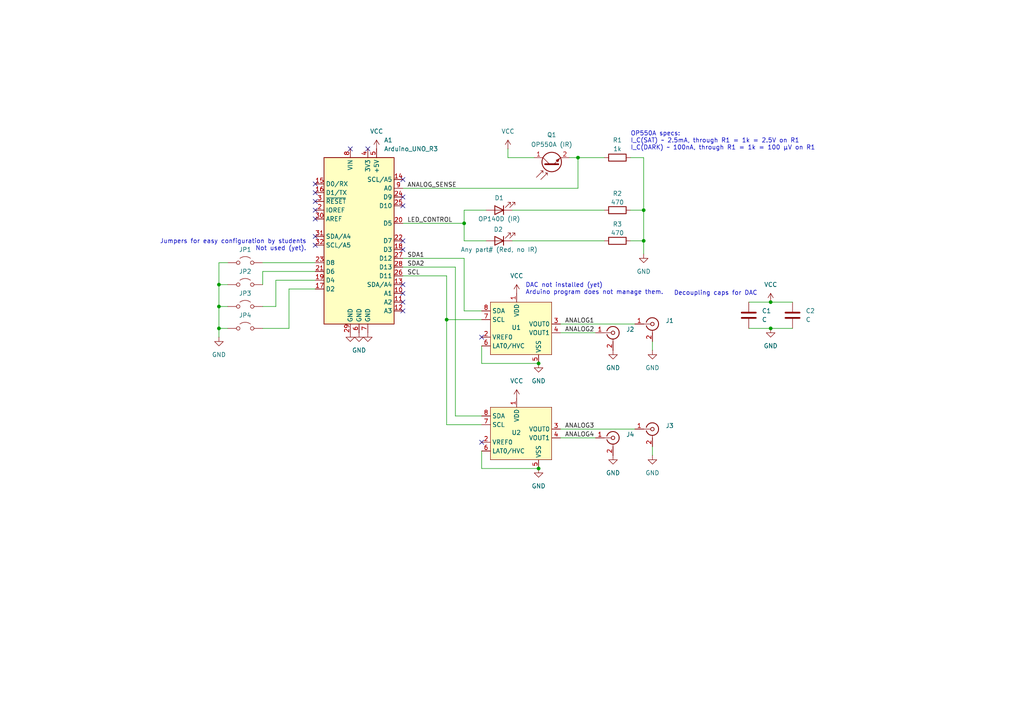
<source format=kicad_sch>
(kicad_sch (version 20250114) (generator "eeschema") (generator_version "9.0")
  (paper "A4")
  (lib_symbols
    (symbol "Connector:Conn_Coaxial" (pin_names (offset 1.016) (hide yes))
      (property "Reference" "J" (at 0.254 3.048 0))
      (property "Value" "Conn_Coaxial" (at 2.921 0 90))
      (symbol "Conn_Coaxial_0_1"
        (polyline (pts (xy -2.54 0) (xy -0.508 0)))
        (arc (start 1.778 0) (mid 0.222 -1.8079) (end -1.778 -0.508) (stroke (width 0.254)))
        (arc (start -1.778 0.508) (mid 0.2221 1.8084) (end 1.778 0) (stroke (width 0.254)))
        (circle (center 0 0) (radius 0.508) (stroke (width 0.2032)))
        (polyline (pts (xy 0 -2.54) (xy 0 -1.778)))
      )
      (symbol "Conn_Coaxial_1_1"
        (pin passive line (at -5.08 0 0) (length 2.54) (name "In") (number "1"))
        (pin passive line (at 0 -5.08 90) (length 2.54) (name "Ext") (number "2"))
      )
    )
    (symbol "Device:C" (pin_numbers (hide yes)) (pin_names (offset 0.254))
      (property "Reference" "C" (at 0.635 2.54 0))
      (property "Value" "C" (at 0.635 -2.54 0))
      (symbol "C_0_1"
        (polyline (pts (xy -2.032 0.762) (xy 2.032 0.762)) (stroke (width 0.508)))
        (polyline (pts (xy -2.032 -0.762) (xy 2.032 -0.762)) (stroke (width 0.508)))
      )
      (symbol "C_1_1"
        (pin passive line (at 0 3.81 270) (length 2.794) (name "~") (number "1"))
        (pin passive line (at 0 -3.81 90) (length 2.794) (name "~") (number "2"))
      )
    )
    (symbol "Device:LED" (pin_numbers (hide yes)) (pin_names (offset 1.016) (hide yes))
      (property "Reference" "D" (at 0 2.54 0))
      (property "Value" "LED" (at 0 -2.54 0))
      (symbol "LED_0_1"
        (polyline (pts (xy -3.048 -0.762) (xy -4.572 -2.286) (xy -3.81 -2.286) (xy -4.572 -2.286) (xy -4.572 -1.524)))
        (polyline (pts (xy -1.778 -0.762) (xy -3.302 -2.286) (xy -2.54 -2.286) (xy -3.302 -2.286) (xy -3.302 -1.524)))
        (polyline (pts (xy -1.27 0) (xy 1.27 0)))
        (polyline (pts (xy -1.27 -1.27) (xy -1.27 1.27)) (stroke (width 0.254)))
        (polyline (pts (xy 1.27 -1.27) (xy 1.27 1.27) (xy -1.27 0) (xy 1.27 -1.27)) (stroke (width 0.254)))
      )
      (symbol "LED_1_1"
        (pin passive line (at -3.81 0 0) (length 2.54) (name "K") (number "1"))
        (pin passive line (at 3.81 0 180) (length 2.54) (name "A") (number "2"))
      )
    )
    (symbol "Device:Q_Photo_NPN" (pin_names (offset 0) (hide yes))
      (property "Reference" "Q" (at 5.08 1.27 0))
      (property "Value" "Q_Photo_NPN" (at 5.08 -1.27 0))
      (symbol "Q_Photo_NPN_0_1"
        (polyline (pts (xy -3.81 3.175) (xy -1.905 1.27) (xy -1.905 1.905)))
        (polyline (pts (xy -3.175 4.445) (xy -1.27 2.54) (xy -1.27 3.175)))
        (polyline (pts (xy -1.905 1.27) (xy -2.54 1.27)))
        (polyline (pts (xy -1.27 2.54) (xy -1.905 2.54)))
        (polyline (pts (xy 0.635 1.905) (xy 0.635 -1.905) (xy 0.635 -1.905)) (stroke (width 0.508)))
        (polyline (pts (xy 0.635 0.635) (xy 2.54 2.54)))
        (polyline (pts (xy 0.635 -0.635) (xy 2.54 -2.54) (xy 2.54 -2.54)))
        (circle (center 1.27 0) (radius 2.8194) (stroke (width 0.254)))
        (polyline (pts (xy 1.27 -1.778) (xy 1.778 -1.27) (xy 2.286 -2.286) (xy 1.27 -1.778) (xy 1.27 -1.778)) (fill (type outline)))
      )
      (symbol "Q_Photo_NPN_1_1"
        (pin passive line (at 2.54 5.08 270) (length 2.54) (name "C") (number "1"))
        (pin passive line (at 2.54 -5.08 90) (length 2.54) (name "E") (number "2"))
      )
    )
    (symbol "Device:R" (pin_numbers (hide yes)) (pin_names (offset 0))
      (property "Reference" "R" (at 2.032 0 90))
      (property "Value" "R" (at 0 0 90))
      (symbol "R_0_1"
        (rectangle (start -1.016 -2.54) (end 1.016 2.54) (stroke (width 0.254)))
      )
      (symbol "R_1_1"
        (pin passive line (at 0 3.81 270) (length 1.27) (name "~") (number "1"))
        (pin passive line (at 0 -3.81 90) (length 1.27) (name "~") (number "2"))
      )
    )
    (symbol "Jumper:Jumper_2_Open" (pin_numbers (hide yes)) (pin_names (offset 0) (hide yes))
      (property "Reference" "JP" (at 0 2.794 0))
      (property "Value" "Jumper_2_Open" (at 0 -2.286 0))
      (symbol "Jumper_2_Open_0_0"
        (circle (center -2.032 0) (radius 0.508))
        (circle (center 2.032 0) (radius 0.508))
      )
      (symbol "Jumper_2_Open_0_1"
        (arc (start -1.524 1.27) (mid 0 1.778) (end 1.524 1.27))
      )
      (symbol "Jumper_2_Open_1_1"
        (pin passive line (at -5.08 0 0) (length 2.54) (name "A") (number "1"))
        (pin passive line (at 5.08 0 180) (length 2.54) (name "B") (number "2"))
      )
    )
    (symbol "MCU_Module:Arduino_UNO_R3"
      (property "Reference" "A1" (at 7.2233 27.94 0))
      (property "Value" "Arduino_UNO_R3" (at 7.2233 25.4 0))
      (symbol "Arduino_UNO_R3_0_1"
        (rectangle (start -10.16 22.86) (end 10.16 -25.4) (stroke (width 0.254)) (fill (type background)))
      )
      (symbol "Arduino_UNO_R3_1_1"
        (pin bidirectional line (at -12.7 15.24 0) (length 2.54) (name "D0/RX") (number "15"))
        (pin bidirectional line (at -12.7 12.7 0) (length 2.54) (name "D1/TX") (number "16"))
        (pin input line (at -12.7 10.16 0) (length 2.54) (name "~{RESET}") (number "3"))
        (pin output line (at -12.7 7.62 0) (length 2.54) (name "IOREF") (number "2"))
        (pin input line (at -12.7 5.08 0) (length 2.54) (name "AREF") (number "30"))
        (pin bidirectional line (at -12.7 0 0) (length 2.54) (name "SDA/A4") (number "31"))
        (pin bidirectional line (at -12.7 -2.54 0) (length 2.54) (name "SCL/A5") (number "32"))
        (pin bidirectional line (at -12.7 -7.62 0) (length 2.54) (name "D8") (number "23"))
        (pin bidirectional line (at -12.7 -10.16 0) (length 2.54) (name "D6") (number "21"))
        (pin bidirectional line (at -12.7 -12.7 0) (length 2.54) (name "D4") (number "19"))
        (pin bidirectional line (at -12.7 -15.24 0) (length 2.54) (name "D2") (number "17"))
        (pin no_connect line (at -10.16 -20.32 0) (length 2.54) (hide yes) (name "NC") (number "1"))
        (pin power_in line (at -2.54 25.4 270) (length 2.54) (name "VIN") (number "8"))
        (pin power_in line (at -2.54 -27.94 90) (length 2.54) (name "GND") (number "29"))
        (pin power_in line (at 0 -27.94 90) (length 2.54) (name "GND") (number "6"))
        (pin power_out line (at 2.54 25.4 270) (length 2.54) (name "3V3") (number "4"))
        (pin power_in line (at 2.54 -27.94 90) (length 2.54) (name "GND") (number "7"))
        (pin power_out line (at 5.08 25.4 270) (length 2.54) (name "+5V") (number "5"))
        (pin bidirectional line (at 12.7 16.51 180) (length 2.54) (name "SCL/A5") (number "14"))
        (pin bidirectional line (at 12.7 13.97 180) (length 2.54) (name "A0") (number "9"))
        (pin bidirectional line (at 12.7 11.43 180) (length 2.54) (name "D9") (number "24"))
        (pin bidirectional line (at 12.7 8.89 180) (length 2.54) (name "D10") (number "25"))
        (pin bidirectional line (at 12.7 3.81 180) (length 2.54) (name "D5") (number "20"))
        (pin bidirectional line (at 12.7 -1.27 180) (length 2.54) (name "D7") (number "22"))
        (pin bidirectional line (at 12.7 -3.81 180) (length 2.54) (name "D3") (number "18"))
        (pin bidirectional line (at 12.7 -6.35 180) (length 2.54) (name "D12") (number "27"))
        (pin bidirectional line (at 12.7 -8.89 180) (length 2.54) (name "D13") (number "28"))
        (pin bidirectional line (at 12.7 -11.43 180) (length 2.54) (name "D11") (number "26"))
        (pin bidirectional line (at 12.7 -13.97 180) (length 2.54) (name "SDA/A4") (number "13"))
        (pin bidirectional line (at 12.7 -16.51 180) (length 2.54) (name "A1") (number "10"))
        (pin bidirectional line (at 12.7 -19.05 180) (length 2.54) (name "A2") (number "11"))
        (pin bidirectional line (at 12.7 -21.59 180) (length 2.54) (name "A3") (number "12"))
      )
    )
    (symbol "New_Library:MCP47FEB02A1-E/ST"
      (property "Reference" "U" (at 0 0.254 0))
      (symbol "MCP47FEB02A1-E/ST_1_1"
        (rectangle (start -8.89 7.62) (end 8.89 -7.62) (fill (type background)))
        (pin input line (at -11.43 5.08 0) (length 2.54) (name "SDA") (number "8"))
        (pin input line (at -11.43 2.54 0) (length 2.54) (name "SCL") (number "7"))
        (pin input line (at -11.43 -2.54 0) (length 2.54) (name "VREF0") (number "2"))
        (pin input line (at -11.43 -5.08 0) (length 2.54) (name "LAT0/HVC") (number "6"))
        (pin power_in line (at -1.27 10.16 270) (length 2.54) (name "VDD") (number "1"))
        (pin power_in line (at 5.08 -10.16 90) (length 2.54) (name "VSS") (number "5"))
        (pin input line (at 11.43 1.27 180) (length 2.54) (name "VOUT0") (number "3"))
        (pin input line (at 11.43 -1.27 180) (length 2.54) (name "VOUT1") (number "4"))
      )
    )
    (symbol "power:GND" (power) (pin_numbers (hide yes)) (pin_names (offset 0) (hide yes))
      (property "Value" "GND" (at 0 -3.81 0))
      (symbol "GND_0_1"
        (polyline (pts (xy 0 0) (xy 0 -1.27) (xy 1.27 -1.27) (xy 0 -2.54) (xy -1.27 -1.27) (xy 0 -1.27)))
      )
      (symbol "GND_1_1"
        (pin power_in line (at 0 0 270) (length 0) (name "~") (number "1"))
      )
    )
    (symbol "power:VCC" (power) (pin_numbers (hide yes)) (pin_names (offset 0) (hide yes))
      (property "Value" "VCC" (at 0 3.556 0))
      (symbol "VCC_0_1"
        (polyline (pts (xy -0.762 1.27) (xy 0 2.54)))
        (polyline (pts (xy 0 2.54) (xy 0.762 1.27)))
        (polyline (pts (xy 0 0) (xy 0 2.54)))
      )
      (symbol "VCC_1_1"
        (pin power_in line (at 0 0 90) (length 0) (name "~") (number "1"))
      )
    )
  )
  (text "Decoupling caps for DAC" (at 219.71 85.09 0) (effects (font (size 1.27 1.27)) (justify right)))
  (text "Jumpers for easy configuration by students\nNot used (yet)." (at 88.9 71.12 0) (effects (font (size 1.27 1.27)) (justify right)))
  (text "DAC not installed (yet)\nArduino program does not manage them." (at 152.4 83.82 0) (effects (font (size 1.27 1.27)) (justify left)))
  (text "OP550A specs:\nI_C(SAT) ~ 2.5mA, through R1 = 1k = 2.5V on R1\nI_C(DARK) ~ 100nA, through R1 = 1k = 100 µV on R1" (at 182.88 38.1 0) (effects (font (size 1.27 1.27)) (justify left top)))
  (junction (at 186.69 60.96))
  (junction (at 156.21 105.41))
  (junction (at 156.21 135.89))
  (junction (at 223.52 95.25))
  (junction (at 63.5 95.25))
  (junction (at 167.64 45.72))
  (junction (at 129.54 92.71))
  (junction (at 223.52 87.63))
  (junction (at 134.62 64.77))
  (junction (at 63.5 82.55))
  (junction (at 63.5 88.9))
  (junction (at 186.69 69.85))
  (no_connect (at 116.84 85.09))
  (no_connect (at 116.84 87.63))
  (no_connect (at 116.84 82.55))
  (no_connect (at 101.6 43.18))
  (no_connect (at 116.84 72.39))
  (no_connect (at 91.44 58.42))
  (no_connect (at 91.44 68.58))
  (no_connect (at 91.44 53.34))
  (no_connect (at 116.84 57.15))
  (no_connect (at 91.44 60.96))
  (no_connect (at 116.84 90.17))
  (no_connect (at 91.44 71.12))
  (no_connect (at 116.84 59.69))
  (no_connect (at 116.84 52.07))
  (no_connect (at 139.7 97.79))
  (no_connect (at 139.7 128.27))
  (no_connect (at 116.84 69.85))
  (no_connect (at 106.68 43.18))
  (no_connect (at 91.44 55.88))
  (no_connect (at 91.44 63.5))
  (wire (pts (xy 182.88 45.72) (xy 186.69 45.72)))
  (wire (pts (xy 186.69 45.72) (xy 186.69 60.96)))
  (wire (pts (xy 91.44 78.74) (xy 76.2 78.74)))
  (wire (pts (xy 156.21 135.89) (xy 139.7 135.89)))
  (wire (pts (xy 63.5 82.55) (xy 63.5 88.9)))
  (wire (pts (xy 162.56 96.52) (xy 172.72 96.52)))
  (wire (pts (xy 223.52 95.25) (xy 229.87 95.25)))
  (wire (pts (xy 162.56 93.98) (xy 184.15 93.98)))
  (wire (pts (xy 116.84 77.47) (xy 132.08 77.47)))
  (wire (pts (xy 63.5 88.9) (xy 63.5 95.25)))
  (wire (pts (xy 132.08 77.47) (xy 132.08 120.65)))
  (wire (pts (xy 63.5 76.2) (xy 63.5 82.55)))
  (wire (pts (xy 116.84 54.61) (xy 167.64 54.61)))
  (wire (pts (xy 189.23 99.06) (xy 189.23 101.6)))
  (wire (pts (xy 156.21 105.41) (xy 139.7 105.41)))
  (wire (pts (xy 134.62 90.17) (xy 139.7 90.17)))
  (wire (pts (xy 91.44 81.28) (xy 80.01 81.28)))
  (wire (pts (xy 186.69 60.96) (xy 186.69 69.85)))
  (wire (pts (xy 63.5 82.55) (xy 66.04 82.55)))
  (wire (pts (xy 83.82 83.82) (xy 83.82 95.25)))
  (wire (pts (xy 134.62 74.93) (xy 134.62 90.17)))
  (wire (pts (xy 83.82 95.25) (xy 76.2 95.25)))
  (wire (pts (xy 63.5 76.2) (xy 66.04 76.2)))
  (wire (pts (xy 148.59 69.85) (xy 175.26 69.85)))
  (wire (pts (xy 134.62 69.85) (xy 140.97 69.85)))
  (wire (pts (xy 167.64 45.72) (xy 167.64 54.61)))
  (wire (pts (xy 129.54 80.01) (xy 129.54 92.71)))
  (wire (pts (xy 165.1 45.72) (xy 167.64 45.72)))
  (wire (pts (xy 182.88 69.85) (xy 186.69 69.85)))
  (wire (pts (xy 139.7 100.33) (xy 139.7 105.41)))
  (wire (pts (xy 154.94 45.72) (xy 147.32 45.72)))
  (wire (pts (xy 223.52 87.63) (xy 229.87 87.63)))
  (wire (pts (xy 63.5 95.25) (xy 66.04 95.25)))
  (wire (pts (xy 167.64 45.72) (xy 175.26 45.72)))
  (wire (pts (xy 186.69 69.85) (xy 186.69 73.66)))
  (wire (pts (xy 116.84 64.77) (xy 134.62 64.77)))
  (wire (pts (xy 80.01 88.9) (xy 76.2 88.9)))
  (wire (pts (xy 116.84 74.93) (xy 134.62 74.93)))
  (wire (pts (xy 162.56 127) (xy 172.72 127)))
  (wire (pts (xy 76.2 76.2) (xy 91.44 76.2)))
  (wire (pts (xy 139.7 135.89) (xy 139.7 130.81)))
  (wire (pts (xy 189.23 129.54) (xy 189.23 132.08)))
  (wire (pts (xy 162.56 124.46) (xy 184.15 124.46)))
  (wire (pts (xy 129.54 92.71) (xy 129.54 123.19)))
  (wire (pts (xy 129.54 123.19) (xy 139.7 123.19)))
  (wire (pts (xy 134.62 64.77) (xy 134.62 69.85)))
  (wire (pts (xy 129.54 92.71) (xy 139.7 92.71)))
  (wire (pts (xy 147.32 43.18) (xy 147.32 45.72)))
  (wire (pts (xy 132.08 120.65) (xy 139.7 120.65)))
  (wire (pts (xy 91.44 83.82) (xy 83.82 83.82)))
  (wire (pts (xy 217.17 95.25) (xy 223.52 95.25)))
  (wire (pts (xy 116.84 80.01) (xy 129.54 80.01)))
  (wire (pts (xy 134.62 60.96) (xy 140.97 60.96)))
  (wire (pts (xy 63.5 88.9) (xy 66.04 88.9)))
  (wire (pts (xy 134.62 60.96) (xy 134.62 64.77)))
  (wire (pts (xy 148.59 60.96) (xy 175.26 60.96)))
  (wire (pts (xy 63.5 97.79) (xy 63.5 95.25)))
  (wire (pts (xy 80.01 81.28) (xy 80.01 88.9)))
  (wire (pts (xy 76.2 78.74) (xy 76.2 82.55)))
  (wire (pts (xy 217.17 87.63) (xy 223.52 87.63)))
  (wire (pts (xy 182.88 60.96) (xy 186.69 60.96)))
  (label "SDA2" (at 118.11 77.47 0))
  (label "ANALOG2" (at 163.83 96.52 0))
  (label "SDA1" (at 118.11 74.93 0))
  (label "ANALOG_SENSE" (at 118.11 54.61 0))
  (label "SCL" (at 118.11 80.01 0))
  (label "ANALOG1" (at 163.83 93.98 0))
  (label "ANALOG4" (at 163.83 127 0))
  (label "LED_CONTROL" (at 118.11 64.77 0))
  (label "ANALOG3" (at 163.83 124.46 0))
  (symbol (lib_id "power:GND") (at 186.69 73.66 0) (unit 1)
    (property "Reference" "#PWR04" (effects (hide yes)))
    (property "Value" "GND" (at 186.69 78.74 0))
    (property "Description" "Power symbol creates a global label with name \"GND\" , ground" (effects (hide yes)))
  )
  (symbol (lib_id "Connector:Conn_Coaxial") (at 177.8 96.52 0) (unit 1)
    (property "Reference" "J2" (at 181.61 95.5431 0) (effects (justify left)))
    (property "Value" "Conn_Coaxial" (effects (hide yes)))
    (property "Footprint" "mouser-import:731713150" (effects (hide yes)))
    (property "Description" "coaxial connector (BNC, SMA, SMB, SMC, Cinch/RCA, LEMO, ...)" (effects (hide yes)))
  )
  (symbol (lib_id "Device:C") (at 229.87 91.44 0) (unit 1)
    (property "Reference" "C2" (at 233.68 90.1699 0) (effects (justify left)))
    (property "Value" "C" (at 233.68 92.7099 0) (effects (justify left)))
    (property "Footprint" "Capacitor_SMD:C_0805_2012Metric_Pad1.18x1.45mm_HandSolder" (effects (hide yes)))
    (property "Description" "Unpolarized capacitor" (effects (hide yes)))
  )
  (symbol (lib_id "power:GND") (at 189.23 132.08 0) (unit 1)
    (property "Reference" "#PWR012" (effects (hide yes)))
    (property "Value" "GND" (at 189.23 137.16 0))
    (property "Description" "Power symbol creates a global label with name \"GND\" , ground" (effects (hide yes)))
  )
  (symbol (lib_id "Jumper:Jumper_2_Open") (at 71.12 88.9 0) (unit 1)
    (property "Reference" "JP3" (at 71.12 85.09 0))
    (property "Value" "Jumper_2_Open" (effects (hide yes)))
    (property "Footprint" "Connector_PinHeader_2.54mm:PinHeader_1x02_P2.54mm_Vertical" (effects (hide yes)))
    (property "Description" "Jumper, 2-pole, open" (effects (hide yes)))
  )
  (symbol (lib_id "Device:R") (at 179.07 60.96 90) (unit 1)
    (property "Reference" "R2" (at 179.07 56.134 90))
    (property "Value" "470" (at 179.07 58.674 90))
    (property "Footprint" "Resistor_SMD:R_0805_2012Metric_Pad1.20x1.40mm_HandSolder" (effects (hide yes)))
    (property "Description" "Resistor" (effects (hide yes)))
  )
  (symbol (lib_id "New_Library:MCP47FEB02A1-E/ST") (at 151.13 125.73 0) (unit 1)
    (property "Reference" "U2" (at 151.13 125.476 0) (effects (justify right)))
    (property "Footprint" "Package_SO:TSSOP-8_4.4x3mm_P0.65mm" (effects (hide yes)))
    (property "Datasheet" "https://www.mouser.fr/ProductDetail/579-MCP47FEB02A1EST" (effects (hide yes)))
  )
  (symbol (lib_id "power:VCC") (at 149.86 85.09 0) (unit 1)
    (property "Reference" "#PWR05" (effects (hide yes)))
    (property "Value" "VCC" (at 149.86 80.01 0))
    (property "Description" "Power symbol creates a global label with name \"VCC\"" (effects (hide yes)))
  )
  (symbol (lib_id "power:VCC") (at 223.52 87.63 0) (unit 1)
    (property "Reference" "#PWR02" (effects (hide yes)))
    (property "Value" "VCC" (at 223.52 82.55 0))
    (property "Description" "Power symbol creates a global label with name \"VCC\"" (effects (hide yes)))
  )
  (symbol (lib_id "Device:R") (at 179.07 45.72 90) (unit 1)
    (property "Reference" "R1" (at 179.07 40.64 90))
    (property "Value" "1k" (at 179.07 43.18 90))
    (property "Footprint" "Resistor_SMD:R_0805_2012Metric_Pad1.20x1.40mm_HandSolder" (effects (hide yes)))
    (property "Description" "Resistor" (effects (hide yes)))
  )
  (symbol (lib_id "Connector:Conn_Coaxial") (at 177.8 127 0) (unit 1)
    (property "Reference" "J4" (at 181.61 126.0231 0) (effects (justify left)))
    (property "Value" "Conn_Coaxial" (effects (hide yes)))
    (property "Footprint" "mouser-import:731713150" (effects (hide yes)))
    (property "Description" "coaxial connector (BNC, SMA, SMB, SMC, Cinch/RCA, LEMO, ...)" (effects (hide yes)))
  )
  (symbol (lib_id "power:GND") (at 177.8 132.08 0) (unit 1)
    (property "Reference" "#PWR011" (effects (hide yes)))
    (property "Value" "GND" (at 177.8 137.16 0))
    (property "Description" "Power symbol creates a global label with name \"GND\" , ground" (effects (hide yes)))
  )
  (symbol (lib_id "Jumper:Jumper_2_Open") (at 71.12 76.2 0) (unit 1)
    (property "Reference" "JP1" (at 71.12 72.39 0))
    (property "Value" "Jumper_2_Open" (effects (hide yes)))
    (property "Footprint" "Connector_PinHeader_2.54mm:PinHeader_1x02_P2.54mm_Vertical" (effects (hide yes)))
    (property "Description" "Jumper, 2-pole, open" (effects (hide yes)))
  )
  (symbol (lib_id "power:GND") (at 177.8 101.6 0) (unit 1)
    (property "Reference" "#PWR07" (effects (hide yes)))
    (property "Value" "GND" (at 177.8 106.68 0))
    (property "Description" "Power symbol creates a global label with name \"GND\" , ground" (effects (hide yes)))
  )
  (symbol (lib_id "power:VCC") (at 147.32 43.18 0) (unit 1)
    (property "Reference" "#PWR01" (effects (hide yes)))
    (property "Value" "VCC" (at 147.32 38.1 0))
    (property "Description" "Power symbol creates a global label with name \"VCC\"" (effects (hide yes)))
  )
  (symbol (lib_id "power:GND") (at 63.5 97.79 0) (unit 1)
    (property "Reference" "#PWR06" (effects (hide yes)))
    (property "Value" "GND" (at 63.5 102.87 0))
    (property "Description" "Power symbol creates a global label with name \"GND\" , ground" (effects (hide yes)))
  )
  (symbol (lib_id "power:GND") (at 156.21 105.41 0) (mirror y) (unit 1)
    (property "Reference" "#PWR09" (effects (hide yes)))
    (property "Value" "GND" (at 156.21 110.49 0))
    (property "Description" "Power symbol creates a global label with name \"GND\" , ground" (effects (hide yes)))
  )
  (symbol (lib_id "Device:LED") (at 144.78 60.96 180) (unit 1)
    (property "Reference" "D1" (at 144.78 57.404 0))
    (property "Value" "OP140D (IR)" (at 144.78 63.5 0))
    (property "Footprint" "LED_THT:LED_SideEmitter_Rectangular_W4.5mm_H1.6mm" (effects (hide yes)))
    (property "Description" "Light emitting diode" (effects (hide yes)))
    (property "Sim.Pins" "1=K 2=A" (effects (hide yes)))
  )
  (symbol (lib_id "New_Library:MCP47FEB02A1-E/ST") (at 151.13 95.25 0) (unit 1)
    (property "Reference" "U1" (at 151.13 94.996 0) (effects (justify right)))
    (property "Footprint" "Package_SO:TSSOP-8_4.4x3mm_P0.65mm" (effects (hide yes)))
    (property "Datasheet" "https://www.mouser.fr/ProductDetail/579-MCP47FEB02A1EST" (effects (hide yes)))
  )
  (symbol (lib_id "Jumper:Jumper_2_Open") (at 71.12 82.55 0) (unit 1)
    (property "Reference" "JP2" (at 71.12 78.74 0))
    (property "Value" "Jumper_2_Open" (effects (hide yes)))
    (property "Footprint" "Connector_PinHeader_2.54mm:PinHeader_1x02_P2.54mm_Vertical" (effects (hide yes)))
    (property "Description" "Jumper, 2-pole, open" (effects (hide yes)))
  )
  (symbol (lib_id "Device:Q_Photo_NPN") (at 160.02 48.26 90) (unit 1)
    (property "Reference" "Q1" (at 160.02 39.116 90))
    (property "Value" "OP550A (IR)" (at 160.02 41.91 90))
    (property "Footprint" "OptoDevice:Osram_LPT80A" (effects (hide yes)))
    (property "Description" "NPN phototransistor, collector/emitter" (effects (hide yes)))
  )
  (symbol (lib_id "power:GND") (at 189.23 101.6 0) (unit 1)
    (property "Reference" "#PWR08" (effects (hide yes)))
    (property "Value" "GND" (at 189.23 106.68 0))
    (property "Description" "Power symbol creates a global label with name \"GND\" , ground" (effects (hide yes)))
  )
  (symbol (lib_id "Connector:Conn_Coaxial") (at 189.23 124.46 0) (unit 1)
    (property "Reference" "J3" (at 193.04 123.4831 0) (effects (justify left)))
    (property "Value" "Conn_Coaxial" (effects (hide yes)))
    (property "Footprint" "mouser-import:731713150" (effects (hide yes)))
    (property "Description" "coaxial connector (BNC, SMA, SMB, SMC, Cinch/RCA, LEMO, ...)" (effects (hide yes)))
  )
  (symbol (lib_id "Device:C") (at 217.17 91.44 0) (unit 1)
    (property "Reference" "C1" (at 220.98 90.1699 0) (effects (justify left)))
    (property "Value" "C" (at 220.98 92.7099 0) (effects (justify left)))
    (property "Footprint" "Capacitor_SMD:C_0805_2012Metric_Pad1.18x1.45mm_HandSolder" (effects (hide yes)))
    (property "Description" "Unpolarized capacitor" (effects (hide yes)))
  )
  (symbol (lib_id "power:GND") (at 106.68 96.52 0) (mirror y) (unit 1)
    (property "Reference" "#PWR015" (effects (hide yes)))
    (property "Value" "GND" (effects (hide yes)))
    (property "Description" "Power symbol creates a global label with name \"GND\" , ground" (effects (hide yes)))
  )
  (symbol (lib_id "power:VCC") (at 149.86 115.57 0) (unit 1)
    (property "Reference" "#PWR010" (effects (hide yes)))
    (property "Value" "VCC" (at 149.86 110.49 0))
    (property "Description" "Power symbol creates a global label with name \"VCC\"" (effects (hide yes)))
  )
  (symbol (lib_id "MCU_Module:Arduino_UNO_R3") (at 104.14 68.58 0) (unit 1)
    (property "Reference" "A1" (at 111.3633 40.64 0) (effects (justify left)))
    (property "Value" "Arduino_UNO_R3" (at 111.3633 43.18 0) (effects (justify left)))
    (property "Footprint" "Module:Arduino_UNO_R3" (effects (hide yes)))
    (property "Datasheet" "https://www.arduino.cc/en/Main/arduinoBoardUno" (effects (hide yes)))
    (property "Description" "Arduino UNO Microcontroller Module, release 3" (effects (hide yes)))
  )
  (symbol (lib_id "Connector:Conn_Coaxial") (at 189.23 93.98 0) (unit 1)
    (property "Reference" "J1" (at 193.04 93.0031 0) (effects (justify left)))
    (property "Value" "Conn_Coaxial" (effects (hide yes)))
    (property "Footprint" "mouser-import:731713150" (effects (hide yes)))
    (property "Description" "coaxial connector (BNC, SMA, SMB, SMC, Cinch/RCA, LEMO, ...)" (effects (hide yes)))
  )
  (symbol (lib_id "power:GND") (at 104.14 96.52 0) (mirror y) (unit 1)
    (property "Reference" "#PWR016" (effects (hide yes)))
    (property "Value" "GND" (at 104.14 101.6 0))
    (property "Description" "Power symbol creates a global label with name \"GND\" , ground" (effects (hide yes)))
  )
  (symbol (lib_id "power:GND") (at 156.21 135.89 0) (unit 1)
    (property "Reference" "#PWR013" (effects (hide yes)))
    (property "Value" "GND" (at 156.21 140.97 0))
    (property "Description" "Power symbol creates a global label with name \"GND\" , ground" (effects (hide yes)))
  )
  (symbol (lib_id "Device:LED") (at 144.78 69.85 180) (unit 1)
    (property "Reference" "D2" (at 144.526 66.548 0))
    (property "Value" "Any part# (Red, no IR)" (at 144.78 72.39 0))
    (property "Footprint" "LED_THT:LED_SideEmitter_Rectangular_W4.5mm_H1.6mm" (effects (hide yes)))
    (property "Description" "Light emitting diode" (effects (hide yes)))
    (property "Sim.Pins" "1=K 2=A" (effects (hide yes)))
  )
  (symbol (lib_id "power:GND") (at 101.6 96.52 0) (mirror y) (unit 1)
    (property "Reference" "#PWR017" (effects (hide yes)))
    (property "Value" "GND" (effects (hide yes)))
    (property "Description" "Power symbol creates a global label with name \"GND\" , ground" (effects (hide yes)))
  )
  (symbol (lib_id "power:GND") (at 223.52 95.25 0) (unit 1)
    (property "Reference" "#PWR03" (effects (hide yes)))
    (property "Value" "GND" (at 223.52 100.33 0))
    (property "Description" "Power symbol creates a global label with name \"GND\" , ground" (effects (hide yes)))
  )
  (symbol (lib_id "power:VCC") (at 109.22 43.18 0) (unit 1)
    (property "Reference" "#PWR014" (effects (hide yes)))
    (property "Value" "VCC" (at 109.22 38.1 0))
    (property "Description" "Power symbol creates a global label with name \"VCC\"" (effects (hide yes)))
  )
  (symbol (lib_id "Jumper:Jumper_2_Open") (at 71.12 95.25 0) (unit 1)
    (property "Reference" "JP4" (at 71.12 91.44 0))
    (property "Value" "Jumper_2_Open" (effects (hide yes)))
    (property "Footprint" "Connector_PinHeader_2.54mm:PinHeader_1x02_P2.54mm_Vertical" (effects (hide yes)))
    (property "Description" "Jumper, 2-pole, open" (effects (hide yes)))
  )
  (symbol (lib_id "Device:R") (at 179.07 69.85 90) (unit 1)
    (property "Reference" "R3" (at 179.07 65.024 90))
    (property "Value" "470" (at 179.07 67.564 90))
    (property "Footprint" "Resistor_SMD:R_0805_2012Metric_Pad1.20x1.40mm_HandSolder" (effects (hide yes)))
    (property "Description" "Resistor" (effects (hide yes)))
  )
)
</source>
